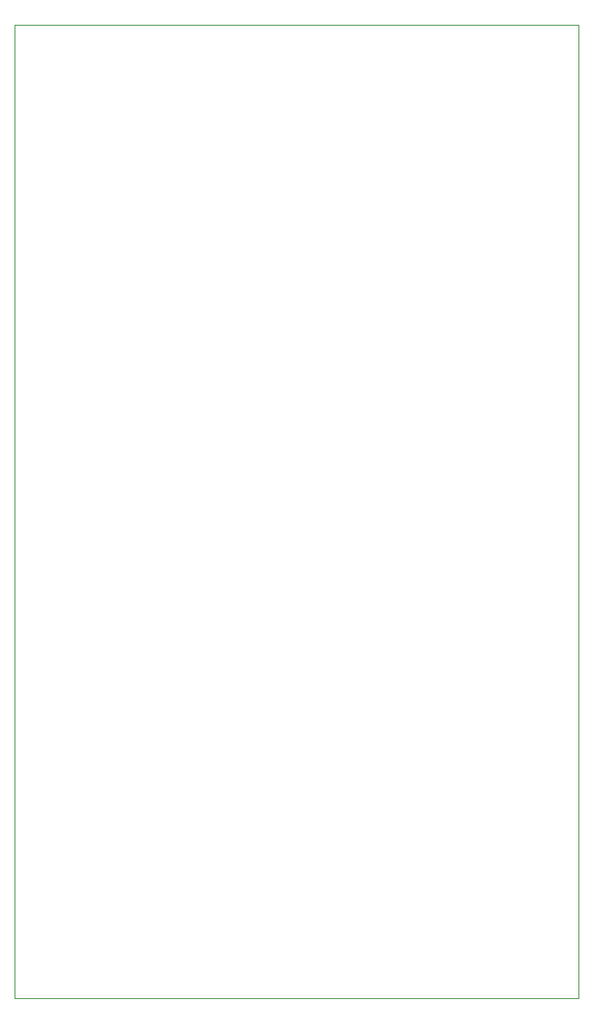
<source format=gbr>
%TF.GenerationSoftware,KiCad,Pcbnew,7.0.5-7.0.5~ubuntu22.04.1*%
%TF.CreationDate,2023-07-06T21:51:13-03:00*%
%TF.ProjectId,Dev-kit-multiboards,4465762d-6b69-4742-9d6d-756c7469626f,rev?*%
%TF.SameCoordinates,Original*%
%TF.FileFunction,Profile,NP*%
%FSLAX46Y46*%
G04 Gerber Fmt 4.6, Leading zero omitted, Abs format (unit mm)*
G04 Created by KiCad (PCBNEW 7.0.5-7.0.5~ubuntu22.04.1) date 2023-07-06 21:51:13*
%MOMM*%
%LPD*%
G01*
G04 APERTURE LIST*
%TA.AperFunction,Profile*%
%ADD10C,0.100000*%
%TD*%
G04 APERTURE END LIST*
D10*
X90530000Y-34070000D02*
X146330000Y-34070000D01*
X146330000Y-130360000D01*
X90530000Y-130360000D01*
X90530000Y-34070000D01*
M02*

</source>
